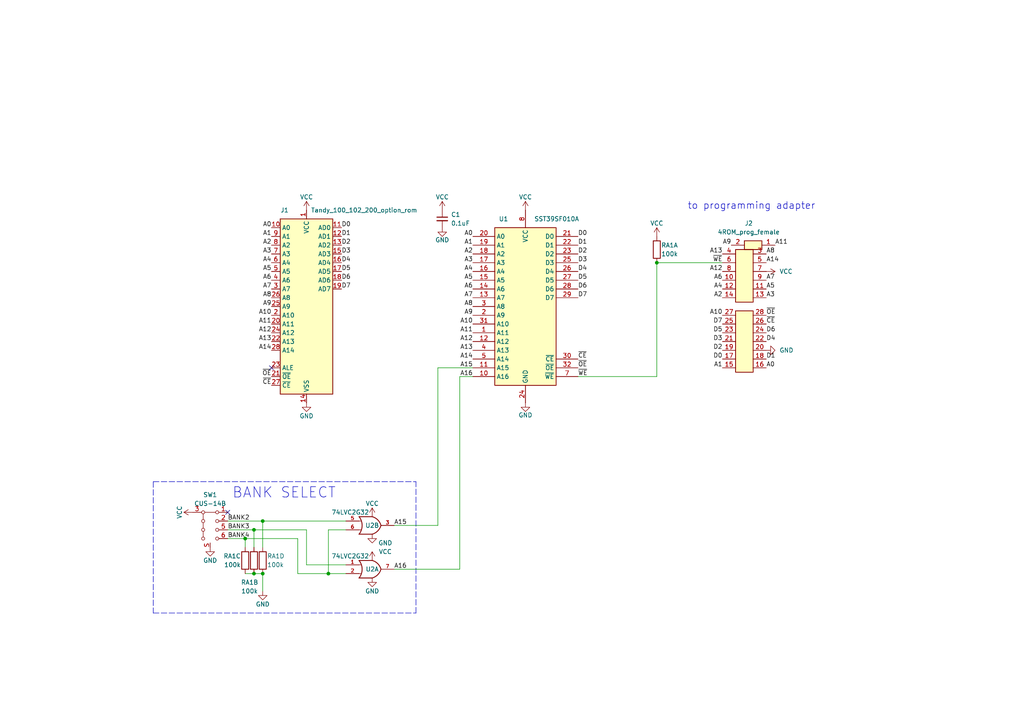
<source format=kicad_sch>
(kicad_sch (version 20211123) (generator eeschema)
  (paper "A4")
  (title_block (title "4ROM_100") (date "2023-02-13") (rev "005") (company "Brian K. White b.kenyon.w@gmail.com") (comment 1 "CC-BY-SA") (comment 2 "Flash based 4-bank option ROM for TANDY 100/102/200"))
  (lib_symbols
    (symbol "000_LOCAL:29F010"
      (property "Reference" "U" (at -8.128 24.384 0))
      (property "Value" "29F010" (at 1.016 24.384 0))
      (symbol "29F010_0_1"
        (rectangle (start -8.89 -22.86) (end 8.89 22.86) (stroke (width 0.254)) (fill (type background)))
      )
      (symbol "29F010_1_1"
        (pin input line (at -15.24 -7.62 0) (length 6.35) (name "A11") (number "1"))
        (pin input line (at -15.24 -20.32 0) (length 6.35) (name "A16") (number "10"))
        (pin input line (at -15.24 -17.78 0) (length 6.35) (name "A15") (number "11"))
        (pin input line (at -15.24 -10.16 0) (length 6.35) (name "A12") (number "12"))
        (pin input line (at -15.24 2.54 0) (length 6.35) (name "A7") (number "13"))
        (pin input line (at -15.24 5.08 0) (length 6.35) (name "A6") (number "14"))
        (pin input line (at -15.24 7.62 0) (length 6.35) (name "A5") (number "15"))
        (pin input line (at -15.24 10.16 0) (length 6.35) (name "A4") (number "16"))
        (pin input line (at -15.24 12.7 0) (length 6.35) (name "A3") (number "17"))
        (pin input line (at -15.24 15.24 0) (length 6.35) (name "A2") (number "18"))
        (pin input line (at -15.24 17.78 0) (length 6.35) (name "A1") (number "19"))
        (pin input line (at -15.24 -2.54 0) (length 6.35) (name "A9") (number "2"))
        (pin input line (at -15.24 20.32 0) (length 6.35) (name "A0") (number "20"))
        (pin tri_state line (at 15.24 20.32 180) (length 6.35) (name "D0") (number "21"))
        (pin tri_state line (at 15.24 17.78 180) (length 6.35) (name "D1") (number "22"))
        (pin tri_state line (at 15.24 15.24 180) (length 6.35) (name "D2") (number "23"))
        (pin input line (at 0 -27.94 90) (length 5.08) (name "GND") (number "24"))
        (pin tri_state line (at 15.24 12.7 180) (length 6.35) (name "D3") (number "25"))
        (pin tri_state line (at 15.24 10.16 180) (length 6.35) (name "D4") (number "26"))
        (pin tri_state line (at 15.24 7.62 180) (length 6.35) (name "D5") (number "27"))
        (pin tri_state line (at 15.24 5.08 180) (length 6.35) (name "D6") (number "28"))
        (pin tri_state line (at 15.24 2.54 180) (length 6.35) (name "D7") (number "29"))
        (pin input line (at -15.24 0 0) (length 6.35) (name "A8") (number "3"))
        (pin input line (at 15.24 -15.24 180) (length 6.35) (name "~{CE}") (number "30"))
        (pin input line (at -15.24 -5.08 0) (length 6.35) (name "A10") (number "31"))
        (pin input line (at 15.24 -17.78 180) (length 6.35) (name "~{OE}") (number "32"))
        (pin input line (at -15.24 -12.7 0) (length 6.35) (name "A13") (number "4"))
        (pin input line (at -15.24 -15.24 0) (length 6.35) (name "A14") (number "5"))
        (pin input line (at 15.24 -20.32 180) (length 6.35) (name "~{WE}") (number "7"))
        (pin input line (at 0 27.94 270) (length 5.08) (name "VCC") (number "8"))
      )
    )
    (symbol "000_LOCAL:74LVC2G32" (pin_names (offset 1.016))
      (property "Reference" "U" (at -2.54 3.81 0))
      (property "Value" "74LVC2G32" (at 0 -3.81 0))
      (symbol "74LVC2G32_0_1"
        (arc (start -3.81 -2.54) (mid -2.919 0) (end -3.81 2.54) (stroke (width 0.254)))
        (arc (start 0 -2.54) (mid 1.5993 -1.6027) (end 2.54 0) (stroke (width 0.254)))
        (polyline (pts (xy -3.81 -1.27) (xy -3.175 -1.27)))
        (polyline (pts (xy -3.81 1.27) (xy -3.175 1.27)))
        (polyline (pts (xy 0 -2.54) (xy -3.81 -2.54)) (stroke (width 0.254)) (fill (type background)))
        (polyline (pts (xy 0 2.54) (xy -3.81 2.54)) (stroke (width 0.254)) (fill (type background)))
        (arc (start 2.54 0) (mid 1.6119 1.6152) (end 0 2.54) (stroke (width 0.254)))
        (pin power_in line (at 0 -2.54 270) (length 0) hide (name "GND") (number "4"))
        (pin power_in line (at 0 2.54 90) (length 0) hide (name "VCC") (number "8"))
      )
      (symbol "74LVC2G32_1_1"
        (pin input line (at -7.62 1.27 0) (length 3.81) (name "~") (number "1"))
        (pin input line (at -7.62 -1.27 0) (length 3.81) (name "~") (number "2"))
        (pin output line (at 6.35 0 180) (length 3.81) (name "~") (number "7"))
      )
      (symbol "74LVC2G32_2_1"
        (pin output line (at 6.35 0 180) (length 3.81) (name "~") (number "3"))
        (pin input line (at -7.62 1.27 0) (length 3.81) (name "~") (number "5"))
        (pin input line (at -7.62 -1.27 0) (length 3.81) (name "~") (number "6"))
      )
    )
    (symbol "000_LOCAL:C" (pin_numbers hide) (pin_names (offset 0.254) hide)
      (property "Reference" "C" (at 0.254 1.778 0))
      (property "Value" "C" (at 0.254 -2.032 0))
      (symbol "C_0_1"
        (polyline (pts (xy -1.524 -0.508) (xy 1.524 -0.508)) (stroke (width 0.3302)))
        (polyline (pts (xy -1.524 0.508) (xy 1.524 0.508)) (stroke (width 0.3048)))
      )
      (symbol "C_1_1"
        (pin passive line (at 0 2.54 270) (length 2.032) (name "~") (number "1"))
        (pin passive line (at 0 -2.54 90) (length 2.032) (name "~") (number "2"))
      )
    )
    (symbol "000_LOCAL:GND" (power) (pin_names (offset 0))
      (property "Value" "GND" (at 0 -3.81 0))
      (symbol "GND_0_1"
        (polyline (pts (xy 0 0) (xy 0 -1.27) (xy 1.27 -1.27) (xy 0 -2.54) (xy -1.27 -1.27) (xy 0 -1.27)))
      )
      (symbol "GND_1_1"
        (pin power_in line (at 0 0 270) (length 0) hide (name "GND") (number "1"))
      )
    )
    (symbol "000_LOCAL:R_Array_04" (pin_numbers hide) (pin_names (offset 0) hide)
      (property "Reference" "RA" (at 2.032 0 90))
      (property "Value" "R_Array_04" (at -2.032 0 90))
      (symbol "R_Array_04_0_1"
        (rectangle (start 1.016 2.54) (end -1.016 -2.54) (stroke (width 0.254)))
      )
      (symbol "R_Array_04_1_1"
        (pin passive line (at 0 3.81 270) (length 1.27) (name "R1.1") (number "1"))
        (pin passive line (at 0 -3.81 90) (length 1.27) (name "R1.2") (number "8"))
      )
      (symbol "R_Array_04_2_1"
        (pin passive line (at 0 3.81 270) (length 1.27) (name "R2.1") (number "2"))
        (pin passive line (at 0 -3.81 90) (length 1.27) (name "R2.2") (number "7"))
      )
      (symbol "R_Array_04_3_1"
        (pin passive line (at 0 3.81 270) (length 1.27) (name "R3.1") (number "3"))
        (pin passive line (at 0 -3.81 90) (length 1.27) (name "R3.2") (number "6"))
      )
      (symbol "R_Array_04_4_1"
        (pin passive line (at 0 3.81 270) (length 1.27) (name "R4.1") (number "4"))
        (pin passive line (at 0 -3.81 90) (length 1.27) (name "R4.2") (number "5"))
      )
    )
    (symbol "000_LOCAL:SW_1P4T_CUS-14B" (pin_names (offset 0) hide)
      (property "Reference" "SW" (at 0 6.35 0))
      (property "Value" "SW_1P4T_CUS-14B" (at 0 -7.62 0))
      (symbol "SW_1P4T_CUS-14B_0_1"
        (circle (center -2.032 -3.81) (radius 0.4572))
        (circle (center -2.032 -1.27) (radius 0.4572))
        (circle (center -2.032 1.27) (radius 0.4572))
        (circle (center -2.032 3.81) (radius 0.4572))
        (polyline (pts (xy -2.032 -1.778) (xy -2.032 -3.302)) (stroke (width 0.1524)))
        (polyline (pts (xy -2.032 0.762) (xy -2.032 -0.762)) (stroke (width 0.1524)))
        (polyline (pts (xy -2.032 3.302) (xy -2.032 1.778)) (stroke (width 0.1524)))
        (polyline (pts (xy -1.524 3.81) (xy 1.524 3.81)) (stroke (width 0.1524)))
        (circle (center 2.032 -3.81) (radius 0.4572))
        (circle (center 2.032 -1.27) (radius 0.4572))
        (circle (center 2.032 1.27) (radius 0.4572))
        (circle (center 2.032 3.81) (radius 0.4572))
      )
      (symbol "SW_1P4T_CUS-14B_1_1"
        (pin passive line (at 5.08 3.81 180) (length 2.54) (name "1") (number "1"))
        (pin passive line (at 5.08 1.27 180) (length 2.54) (name "2") (number "2"))
        (pin passive line (at -5.08 3.81 0) (length 2.54) (name "C") (number "3"))
        (pin passive line (at -5.08 3.81 0) (length 2.54) hide (name "C") (number "4"))
        (pin passive line (at 5.08 -1.27 180) (length 2.54) (name "5") (number "5"))
        (pin passive line (at 5.08 -3.81 180) (length 2.54) (name "6") (number "6"))
        (pin passive line (at 0 -6.35 90) (length 1.27) (name "S") (number "S"))
      )
    )
    (symbol "000_LOCAL:Tandy_100_102_200_option_rom"
      (property "Reference" "U" (at -7.62 26.67 0))
      (property "Value" "Tandy_100_102_200_option_rom" (at 2.54 -26.67 0))
      (symbol "Tandy_100_102_200_option_rom_1_1"
        (rectangle (start -7.62 25.4) (end 7.62 -25.4) (stroke (width 0.254)) (fill (type background)))
        (pin power_in line (at 0 27.94 270) (length 2.54) (name "VCC") (number "1"))
        (pin input line (at -10.16 22.86 0) (length 2.54) (name "A0") (number "10"))
        (pin tri_state line (at 10.16 22.86 180) (length 2.54) (name "AD0") (number "11"))
        (pin tri_state line (at 10.16 20.32 180) (length 2.54) (name "AD1") (number "12"))
        (pin tri_state line (at 10.16 17.78 180) (length 2.54) (name "AD2") (number "13"))
        (pin power_in line (at 0 -27.94 90) (length 2.54) (name "VSS") (number "14"))
        (pin tri_state line (at 10.16 15.24 180) (length 2.54) (name "AD3") (number "15"))
        (pin tri_state line (at 10.16 12.7 180) (length 2.54) (name "AD4") (number "16"))
        (pin tri_state line (at 10.16 10.16 180) (length 2.54) (name "AD5") (number "17"))
        (pin tri_state line (at 10.16 7.62 180) (length 2.54) (name "AD6") (number "18"))
        (pin tri_state line (at 10.16 5.08 180) (length 2.54) (name "AD7") (number "19"))
        (pin input line (at -10.16 -2.54 0) (length 2.54) (name "A10") (number "2"))
        (pin input line (at -10.16 -5.08 0) (length 2.54) (name "A11") (number "20"))
        (pin input line (at -10.16 -20.32 0) (length 2.54) (name "~{OE}") (number "21"))
        (pin input line (at -10.16 -10.16 0) (length 2.54) (name "A13") (number "22"))
        (pin input line (at -10.16 -17.78 0) (length 2.54) (name "ALE") (number "23"))
        (pin input line (at -10.16 -7.62 0) (length 2.54) (name "A12") (number "24"))
        (pin input line (at -10.16 0 0) (length 2.54) (name "A9") (number "25"))
        (pin input line (at -10.16 2.54 0) (length 2.54) (name "A8") (number "26"))
        (pin input line (at -10.16 -22.86 0) (length 2.54) (name "~{CE}") (number "27"))
        (pin input line (at -10.16 -12.7 0) (length 2.54) (name "A14") (number "28"))
        (pin input line (at -10.16 5.08 0) (length 2.54) (name "A7") (number "3"))
        (pin input line (at -10.16 7.62 0) (length 2.54) (name "A6") (number "4"))
        (pin input line (at -10.16 10.16 0) (length 2.54) (name "A5") (number "5"))
        (pin input line (at -10.16 12.7 0) (length 2.54) (name "A4") (number "6"))
        (pin input line (at -10.16 15.24 0) (length 2.54) (name "A3") (number "7"))
        (pin input line (at -10.16 17.78 0) (length 2.54) (name "A2") (number "8"))
        (pin input line (at -10.16 20.32 0) (length 2.54) (name "A1") (number "9"))
      )
    )
    (symbol "000_LOCAL:VCC" (power) (pin_names (offset 0))
      (property "Value" "VCC" (at 0 3.81 0))
      (symbol "VCC_0_1"
        (polyline (pts (xy -0.762 1.27) (xy 0 2.54)))
        (polyline (pts (xy 0 0) (xy 0 2.54)))
        (polyline (pts (xy 0 2.54) (xy 0.762 1.27)))
      )
      (symbol "VCC_1_1"
        (pin power_in line (at 0 0 90) (length 0) hide (name "VCC") (number "1"))
      )
    )
    (symbol "4ROM_100_prog_1" (pin_names (offset 1.016) hide)
      (property "Reference" "J" (at 0 20.32 0))
      (property "Value" "4ROM_100_prog_1" (at 0 -20.32 0))
      (symbol "4ROM_100_prog_1_1_1"
        (rectangle (start -2.54 -1.27) (end 2.54 -19.05) (stroke (width 0.254)) (fill (type background)))
        (rectangle (start -2.54 16.51) (end 2.54 1.27) (stroke (width 0.254)) (fill (type background)))
        (rectangle (start 0 19.05) (end 5.08 16.51) (stroke (width 0.254)) (fill (type background)))
        (pin passive line (at 8.89 17.78 180) (length 3.81) (name "A11") (number "1"))
        (pin passive line (at -6.35 7.62 0) (length 3.81) (name "A6") (number "10"))
        (pin passive line (at 6.35 5.08 180) (length 3.81) (name "A5") (number "11"))
        (pin passive line (at -6.35 5.08 0) (length 3.81) (name "A4") (number "12"))
        (pin passive line (at 6.35 2.54 180) (length 3.81) (name "A3") (number "13"))
        (pin passive line (at -6.35 2.54 0) (length 3.81) (name "A2") (number "14"))
        (pin passive line (at -6.35 -17.78 0) (length 3.81) (name "A1") (number "15"))
        (pin passive line (at 6.35 -17.78 180) (length 3.81) (name "A0") (number "16"))
        (pin passive line (at -6.35 -15.24 0) (length 3.81) (name "D0") (number "17"))
        (pin passive line (at 6.35 -15.24 180) (length 3.81) (name "D1") (number "18"))
        (pin passive line (at -6.35 -12.7 0) (length 3.81) (name "D2") (number "19"))
        (pin passive line (at -3.81 17.78 0) (length 3.81) (name "A9") (number "2"))
        (pin passive line (at 6.35 -12.7 180) (length 3.81) (name "GND") (number "20"))
        (pin passive line (at -6.35 -10.16 0) (length 3.81) (name "D3") (number "21"))
        (pin passive line (at 6.35 -10.16 180) (length 3.81) (name "D4") (number "22"))
        (pin passive line (at -6.35 -7.62 0) (length 3.81) (name "D5") (number "23"))
        (pin passive line (at 6.35 -7.62 180) (length 3.81) (name "D6") (number "24"))
        (pin passive line (at -6.35 -5.08 0) (length 3.81) (name "D7") (number "25"))
        (pin passive line (at 6.35 -5.08 180) (length 3.81) (name "~{CE}") (number "26"))
        (pin passive line (at -6.35 -2.54 0) (length 3.81) (name "A10") (number "27"))
        (pin passive line (at 6.35 -2.54 180) (length 3.81) (name "~{OE}") (number "28"))
        (pin passive line (at 6.35 15.24 180) (length 3.81) (name "A8") (number "3"))
        (pin passive line (at -6.35 15.24 0) (length 3.81) (name "A13") (number "4"))
        (pin passive line (at 6.35 12.7 180) (length 3.81) (name "A14") (number "5"))
        (pin passive line (at -6.35 12.7 0) (length 3.81) (name "~{WE}") (number "6"))
        (pin passive line (at 6.35 10.16 180) (length 3.81) (name "VCC") (number "7"))
        (pin passive line (at -6.35 10.16 0) (length 3.81) (name "A12") (number "8"))
        (pin passive line (at 6.35 7.62 180) (length 3.81) (name "A7") (number "9"))
      )
    )
    (symbol "power:GND" (power) (pin_names (offset 0))
      (property "Value" "GND" (at 0 -3.81 0))
      (symbol "GND_0_1"
        (polyline (pts (xy 0 0) (xy 0 -1.27) (xy 1.27 -1.27) (xy 0 -2.54) (xy -1.27 -1.27) (xy 0 -1.27)))
      )
      (symbol "GND_1_1"
        (pin power_in line (at 0 0 270) (length 0) hide (name "GND") (number "1"))
      )
    )
    (symbol "power:VCC" (power) (pin_names (offset 0))
      (property "Value" "VCC" (at 0 3.81 0))
      (symbol "VCC_0_1"
        (polyline (pts (xy -0.762 1.27) (xy 0 2.54)))
        (polyline (pts (xy 0 0) (xy 0 2.54)))
        (polyline (pts (xy 0 2.54) (xy 0.762 1.27)))
      )
      (symbol "VCC_1_1"
        (pin power_in line (at 0 0 90) (length 0) hide (name "VCC") (number "1"))
      )
    )
  )
  (junction (at 71.12 156.21))
  (junction (at 73.66 166.37))
  (junction (at 76.2 151.13))
  (junction (at 76.2 166.37))
  (junction (at 73.66 153.67))
  (junction (at 95.25 166.37))
  (junction (at 190.5 76.2))
  (no_connect (at 78.74 106.68))
  (no_connect (at 66.04 148.59))
  (wire (pts (xy 133.35 165.1) (xy 114.3 165.1)))
  (wire (pts (xy 71.12 156.21) (xy 86.36 156.21)))
  (wire (pts (xy 100.33 153.67) (xy 95.25 153.67)))
  (wire (pts (xy 71.12 166.37) (xy 73.66 166.37)))
  (wire (pts (xy 133.35 109.22) (xy 137.16 109.22)))
  (wire (pts (xy 133.35 109.22) (xy 133.35 165.1)))
  (wire (pts (xy 86.36 166.37) (xy 95.25 166.37)))
  (wire (pts (xy 73.66 153.67) (xy 73.66 158.75)))
  (wire (pts (xy 95.25 153.67) (xy 95.25 166.37)))
  (polyline (pts (xy 44.45 177.8) (xy 120.65 177.8)))
  (wire (pts (xy 86.36 156.21) (xy 86.36 166.37)))
  (wire (pts (xy 76.2 151.13) (xy 76.2 158.75)))
  (polyline (pts (xy 120.65 177.8) (xy 120.65 139.7)))
  (wire (pts (xy 73.66 153.67) (xy 88.9 153.67)))
  (wire (pts (xy 95.25 166.37) (xy 100.33 166.37)))
  (wire (pts (xy 190.5 76.2) (xy 209.55 76.2)))
  (wire (pts (xy 66.04 151.13) (xy 76.2 151.13)))
  (wire (pts (xy 66.04 153.67) (xy 73.66 153.67)))
  (wire (pts (xy 88.9 153.67) (xy 88.9 163.83)))
  (wire (pts (xy 76.2 151.13) (xy 100.33 151.13)))
  (wire (pts (xy 190.5 109.22) (xy 190.5 76.2)))
  (polyline (pts (xy 44.45 139.7) (xy 44.45 177.8)))
  (wire (pts (xy 73.66 166.37) (xy 76.2 166.37)))
  (wire (pts (xy 76.2 166.37) (xy 76.2 171.45)))
  (wire (pts (xy 127 106.68) (xy 127 152.4)))
  (wire (pts (xy 88.9 163.83) (xy 100.33 163.83)))
  (wire (pts (xy 71.12 156.21) (xy 71.12 158.75)))
  (wire (pts (xy 127 152.4) (xy 114.3 152.4)))
  (polyline (pts (xy 44.45 139.7) (xy 120.65 139.7)))
  (wire (pts (xy 137.16 106.68) (xy 127 106.68)))
  (wire (pts (xy 66.04 156.21) (xy 71.12 156.21)))
  (wire (pts (xy 167.64 109.22) (xy 190.5 109.22)))
  (text "BANK SELECT" (at 67.31 144.78 0) (effects (font (size 3 3)) (justify left bottom)))
  (text "to programming adapter" (at 199.39 60.96 0) (effects (font (size 2 2)) (justify left bottom)))
  (label "A6" (at 137.16 83.82 180))
  (label "D7" (at 209.55 93.98 180))
  (label "D6" (at 99.06 81.28 0))
  (label "A11" (at 78.74 93.98 180))
  (label "~{OE}" (at 167.64 106.68 0))
  (label "A11" (at 224.79 71.12 0))
  (label "~{OE}" (at 78.74 109.22 180))
  (label "A10" (at 209.55 91.44 180))
  (label "D4" (at 99.06 76.2 0))
  (label "A9" (at 137.16 91.44 180))
  (label "D0" (at 209.55 104.14 180))
  (label "A12" (at 137.16 99.06 180))
  (label "D6" (at 167.64 83.82 0))
  (label "A5" (at 78.74 78.74 180))
  (label "A14" (at 78.74 101.6 180))
  (label "A13" (at 209.55 73.66 180))
  (label "D5" (at 167.64 81.28 0))
  (label "D5" (at 209.55 96.52 180))
  (label "A2" (at 209.55 86.36 180))
  (label "A2" (at 137.16 73.66 180))
  (label "D0" (at 99.06 66.04 0))
  (label "A6" (at 209.55 81.28 180))
  (label "~{CE}" (at 78.74 111.76 180))
  (label "A12" (at 78.74 96.52 180))
  (label "D3" (at 99.06 73.66 0))
  (label "A15" (at 137.16 106.68 180))
  (label "A0" (at 78.74 66.04 180))
  (label "D3" (at 209.55 99.06 180))
  (label "A14" (at 137.16 104.14 180))
  (label "A4" (at 209.55 83.82 180))
  (label "D2" (at 99.06 71.12 0))
  (label "D7" (at 167.64 86.36 0))
  (label "A15" (at 114.3 152.4 0))
  (label "A9" (at 78.74 88.9 180))
  (label "A3" (at 137.16 76.2 180))
  (label "D6" (at 222.25 96.52 0))
  (label "D0" (at 167.64 68.58 0))
  (label "A4" (at 137.16 78.74 180))
  (label "A3" (at 222.25 86.36 0))
  (label "~{WE}" (at 167.64 109.22 0))
  (label "A10" (at 137.16 93.98 180))
  (label "~{CE}" (at 167.64 104.14 0))
  (label "A7" (at 78.74 83.82 180))
  (label "A8" (at 137.16 88.9 180))
  (label "A2" (at 78.74 71.12 180))
  (label "A13" (at 78.74 99.06 180))
  (label "D2" (at 167.64 73.66 0))
  (label "A11" (at 137.16 96.52 180))
  (label "D7" (at 99.06 83.82 0))
  (label "A3" (at 78.74 73.66 180))
  (label "A10" (at 78.74 91.44 180))
  (label "A4" (at 78.74 76.2 180))
  (label "D2" (at 209.55 101.6 180))
  (label "D1" (at 222.25 104.14 0))
  (label "D1" (at 99.06 68.58 0))
  (label "A7" (at 137.16 86.36 180))
  (label "A1" (at 78.74 68.58 180))
  (label "A13" (at 137.16 101.6 180))
  (label "~{WE}" (at 209.55 76.2 180))
  (label "BANK4" (at 66.04 156.21 0))
  (label "BANK2" (at 66.04 151.13 0))
  (label "BANK3" (at 66.04 153.67 0))
  (label "~{CE}" (at 222.25 93.98 0))
  (label "A5" (at 137.16 81.28 180))
  (label "D5" (at 99.06 78.74 0))
  (label "A0" (at 137.16 68.58 180))
  (label "~{OE}" (at 222.25 91.44 0))
  (label "D4" (at 167.64 78.74 0))
  (label "A9" (at 212.09 71.12 180))
  (label "A8" (at 78.74 86.36 180))
  (label "A12" (at 209.55 78.74 180))
  (label "A16" (at 137.16 109.22 180))
  (label "A16" (at 114.3 165.1 0))
  (label "A6" (at 78.74 81.28 180))
  (label "A0" (at 222.25 106.68 0))
  (label "A5" (at 222.25 83.82 0))
  (label "A1" (at 209.55 106.68 180))
  (label "D4" (at 222.25 99.06 0))
  (label "A8" (at 222.25 73.66 0))
  (label "D3" (at 167.64 76.2 0))
  (label "D1" (at 167.64 71.12 0))
  (label "A7" (at 222.25 81.28 0))
  (label "A14" (at 222.25 76.2 0))
  (label "A1" (at 137.16 71.12 180))
  (symbol (lib_id "000_LOCAL:29F010") (at 152.4 88.9 0) (unit 1)
    (property "Reference" "U1" (at 146.05 63.5 0))
    (property "Value" "SST39SF010A" (at 154.94 63.5 0) (effects (justify left)))
    (property "Footprint" "000_LOCAL:TSOP32-14mm" (effects hide))
    (property "Datasheet" "http://ww1.microchip.com/downloads/en/DeviceDoc/doc0006.pdf" (effects hide))
  )
  (symbol (lib_id "000_LOCAL:Tandy_100_102_200_option_rom") (at 88.9 88.9 0) (unit 1)
    (property "Reference" "J1" (at 82.55 60.96 0))
    (property "Value" "Tandy_100_102_200_option_rom" (at 90.17 60.96 0) (effects (justify left)))
    (property "Footprint" "000_LOCAL:Molex78802_PCB_28" (effects hide))
  )
  (symbol (lib_id "power:VCC") (at 152.4 60.96 0) (unit 1)
    (property "Reference" "#PWR0101" (effects hide))
    (property "Value" "VCC" (at 152.4 57.15 0))
  )
  (symbol (lib_id "power:VCC") (at 88.9 60.96 0) (unit 1)
    (property "Reference" "#PWR0102" (effects hide))
    (property "Value" "VCC" (at 88.9 57.15 0))
  )
  (symbol (lib_id "power:VCC") (at 190.5 68.58 0) (mirror y) (unit 1)
    (property "Reference" "#PWR0105" (effects hide))
    (property "Value" "VCC" (at 190.5 64.77 0))
  )
  (symbol (lib_id "power:GND") (at 88.9 116.84 0) (unit 1)
    (property "Reference" "#PWR0104" (effects hide))
    (property "Value" "GND" (at 88.9 120.65 0))
  )
  (symbol (lib_id "power:GND") (at 152.4 116.84 0) (unit 1)
    (property "Reference" "#PWR0107" (effects hide))
    (property "Value" "GND" (at 152.4 120.396 0))
  )
  (symbol (lib_id "000_LOCAL:GND") (at 76.2 171.45 0) (mirror y) (unit 1)
    (property "Reference" "#PWR0108" (effects hide))
    (property "Value" "GND" (at 76.2 175.26 0))
  )
  (symbol (lib_id "000_LOCAL:R_Array_04") (at 71.12 162.56 0) (unit 3)
    (property "Reference" "RA1" (at 69.85 161.29 0) (effects (justify right)))
    (property "Value" "100k" (at 69.85 163.83 0) (effects (justify right)))
    (property "Footprint" "000_LOCAL:R_Array_Convex_4x0612" (effects hide))
    (property "Datasheet" "http://www.vishay.com/docs/31509/csc.pdf" (effects hide))
  )
  (symbol (lib_id "power:GND") (at 128.27 66.04 0) (unit 1)
    (property "Reference" "#PWR0115" (effects hide))
    (property "Value" "GND" (at 128.27 69.596 0))
  )
  (symbol (lib_id "power:VCC") (at 128.27 60.96 0) (unit 1)
    (property "Reference" "#PWR0116" (effects hide))
    (property "Value" "VCC" (at 128.27 57.15 0))
  )
  (symbol (lib_id "000_LOCAL:VCC") (at 55.88 148.59 90) (mirror x) (unit 1)
    (property "Reference" "#PWR0103" (effects hide))
    (property "Value" "VCC" (at 52.07 148.59 0))
  )
  (symbol (lib_id "000_LOCAL:R_Array_04") (at 76.2 162.56 0) (unit 4)
    (property "Reference" "RA1" (at 77.47 161.29 0) (effects (justify left)))
    (property "Value" "100k" (at 77.47 163.83 0) (effects (justify left)))
    (property "Footprint" "000_LOCAL:R_Array_Convex_4x0612" (effects hide))
    (property "Datasheet" "http://www.vishay.com/docs/31509/csc.pdf" (effects hide))
  )
  (symbol (lib_id "000_LOCAL:SW_1P4T_CUS-14B") (at 60.96 152.4 0) (unit 1)
    (property "Reference" "SW1" (at 60.96 143.51 0))
    (property "Value" "CUS-14B" (at 60.96 146.05 0))
    (property "Footprint" "000_LOCAL:SW_SP4T_CUS-14B" (effects hide))
  )
  (symbol (lib_id "000_LOCAL:GND") (at 60.96 158.75 0) (mirror y) (unit 1)
    (property "Reference" "#PWR0106" (effects hide))
    (property "Value" "GND" (at 60.96 162.56 0))
  )
  (symbol (lib_id "000_LOCAL:74LVC2G32") (at 107.95 165.1 0) (unit 1)
    (property "Reference" "U2" (at 107.95 165.1 0))
    (property "Value" "74LVC2G32" (at 101.6 161.29 0))
    (property "Footprint" "000_LOCAL:TSSOP-8_3x3mm_P0.65mm" (effects hide))
    (property "Datasheet" "http://www.ti.com/lit/sg/scyt129e/scyt129e.pdf" (effects hide))
  )
  (symbol (lib_id "000_LOCAL:VCC") (at 107.95 149.86 0) (mirror y) (unit 1)
    (property "Reference" "#PWR0109" (effects hide))
    (property "Value" "VCC" (at 107.95 146.05 0))
  )
  (symbol (lib_id "000_LOCAL:C") (at 128.27 63.5 0) (unit 1)
    (property "Reference" "C1" (at 130.81 62.2362 0) (effects (justify left)))
    (property "Value" "0.1uF" (at 130.81 64.7762 0) (effects (justify left)))
    (property "Footprint" "000_LOCAL:C_0805" (effects hide))
  )
  (symbol (lib_id "000_LOCAL:GND") (at 107.95 167.64 0) (mirror y) (unit 1)
    (property "Reference" "#PWR0112" (effects hide))
    (property "Value" "GND" (at 107.95 171.45 0))
  )
  (symbol (lib_id "000_LOCAL:R_Array_04") (at 190.5 72.39 0) (mirror x) (unit 1)
    (property "Reference" "RA1" (at 191.77 71.12 0) (effects (justify left)))
    (property "Value" "100k" (at 191.77 73.66 0) (effects (justify left)))
    (property "Footprint" "000_LOCAL:R_Array_Convex_4x0612" (effects hide))
    (property "Datasheet" "http://www.vishay.com/docs/31509/csc.pdf" (effects hide))
  )
  (symbol (lib_id "000_LOCAL:R_Array_04") (at 73.66 162.56 0) (unit 2)
    (property "Reference" "RA1" (at 74.93 168.91 0) (effects (justify right)))
    (property "Value" "100k" (at 72.39 171.45 0))
    (property "Footprint" "000_LOCAL:R_Array_Convex_4x0612" (effects hide))
    (property "Datasheet" "http://www.vishay.com/docs/31509/csc.pdf" (effects hide))
  )
  (symbol (lib_id "000_LOCAL:VCC") (at 107.95 162.56 0) (mirror y) (unit 1)
    (property "Reference" "#PWR0113" (effects hide))
    (property "Value" "VCC" (at 111.76 160.02 0))
  )
  (symbol (lib_id "000_LOCAL:GND") (at 107.95 154.94 0) (mirror y) (unit 1)
    (property "Reference" "#PWR0114" (effects hide))
    (property "Value" "GND" (at 111.76 157.48 0))
  )
  (symbol (lib_id "power:VCC") (at 222.25 78.74 270) (unit 1)
    (property "Reference" "#PWR0110" (effects hide))
    (property "Value" "VCC" (at 226.06 78.74 90) (effects (justify left)))
  )
  (symbol (lib_name "4ROM_100_prog_1") (lib_id "000_LOCAL:4ROM_100_prog") (at 215.9 88.9 0) (unit 1)
    (property "Reference" "J2" (at 217.17 64.77 0))
    (property "Value" "4ROM_prog_female" (at 217.17 67.31 0))
    (property "Footprint" "000_LOCAL:4ROM_prog_female" (effects hide))
  )
  (symbol (lib_id "power:GND") (at 222.25 101.6 90) (unit 1)
    (property "Reference" "#PWR0111" (effects hide))
    (property "Value" "GND" (at 226.06 101.6 90) (effects (justify right)))
  )
  (symbol (lib_id "000_LOCAL:74LVC2G32") (at 107.95 152.4 0) (unit 2)
    (property "Reference" "U2" (at 107.95 152.4 0))
    (property "Value" "74LVC2G32" (at 101.6 148.59 0))
    (property "Footprint" "000_LOCAL:TSSOP-8_3x3mm_P0.65mm" (effects hide))
    (property "Datasheet" "http://www.ti.com/lit/sg/scyt129e/scyt129e.pdf" (effects hide))
  )
)
</source>
